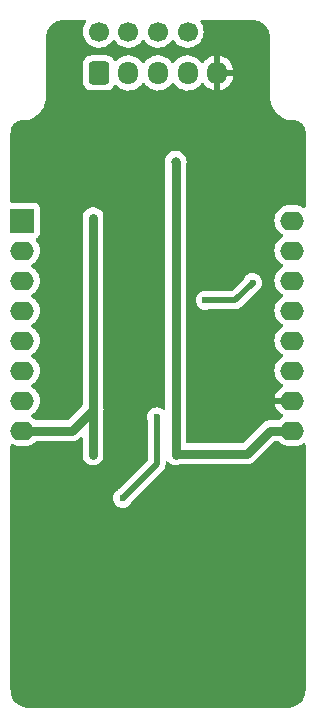
<source format=gbr>
G04 #@! TF.GenerationSoftware,KiCad,Pcbnew,(6.0.6)*
G04 #@! TF.CreationDate,2023-01-05T20:28:38+10:00*
G04 #@! TF.ProjectId,MHI ESP,4d484920-4553-4502-9e6b-696361645f70,rev?*
G04 #@! TF.SameCoordinates,Original*
G04 #@! TF.FileFunction,Copper,L2,Bot*
G04 #@! TF.FilePolarity,Positive*
%FSLAX46Y46*%
G04 Gerber Fmt 4.6, Leading zero omitted, Abs format (unit mm)*
G04 Created by KiCad (PCBNEW (6.0.6)) date 2023-01-05 20:28:38*
%MOMM*%
%LPD*%
G01*
G04 APERTURE LIST*
G04 Aperture macros list*
%AMRoundRect*
0 Rectangle with rounded corners*
0 $1 Rounding radius*
0 $2 $3 $4 $5 $6 $7 $8 $9 X,Y pos of 4 corners*
0 Add a 4 corners polygon primitive as box body*
4,1,4,$2,$3,$4,$5,$6,$7,$8,$9,$2,$3,0*
0 Add four circle primitives for the rounded corners*
1,1,$1+$1,$2,$3*
1,1,$1+$1,$4,$5*
1,1,$1+$1,$6,$7*
1,1,$1+$1,$8,$9*
0 Add four rect primitives between the rounded corners*
20,1,$1+$1,$2,$3,$4,$5,0*
20,1,$1+$1,$4,$5,$6,$7,0*
20,1,$1+$1,$6,$7,$8,$9,0*
20,1,$1+$1,$8,$9,$2,$3,0*%
G04 Aperture macros list end*
G04 #@! TA.AperFunction,ComponentPad*
%ADD10R,2.000000X2.000000*%
G04 #@! TD*
G04 #@! TA.AperFunction,ComponentPad*
%ADD11O,2.000000X1.600000*%
G04 #@! TD*
G04 #@! TA.AperFunction,ComponentPad*
%ADD12RoundRect,0.250000X-0.600000X-0.725000X0.600000X-0.725000X0.600000X0.725000X-0.600000X0.725000X0*%
G04 #@! TD*
G04 #@! TA.AperFunction,ComponentPad*
%ADD13O,1.700000X1.950000*%
G04 #@! TD*
G04 #@! TA.AperFunction,ViaPad*
%ADD14C,1.700000*%
G04 #@! TD*
G04 #@! TA.AperFunction,ViaPad*
%ADD15C,0.800000*%
G04 #@! TD*
G04 #@! TA.AperFunction,ViaPad*
%ADD16C,0.600000*%
G04 #@! TD*
G04 #@! TA.AperFunction,Conductor*
%ADD17C,0.750000*%
G04 #@! TD*
G04 #@! TA.AperFunction,Conductor*
%ADD18C,0.500000*%
G04 #@! TD*
G04 APERTURE END LIST*
D10*
X113500000Y-92500000D03*
D11*
X113500000Y-95040000D03*
X113500000Y-97580000D03*
X113500000Y-100120000D03*
X113500000Y-102660000D03*
X113500000Y-105200000D03*
X113500000Y-107740000D03*
X113500000Y-110280000D03*
X136360000Y-110280000D03*
X136360000Y-107740000D03*
X136360000Y-105200000D03*
X136360000Y-102660000D03*
X136360000Y-100120000D03*
X136360000Y-97580000D03*
X136360000Y-95040000D03*
X136360000Y-92500000D03*
D12*
X120000000Y-80000000D03*
D13*
X122500000Y-80000000D03*
X125000000Y-80000000D03*
X127500000Y-80000000D03*
X130000000Y-80000000D03*
D14*
X130000000Y-76500000D03*
D15*
X116500000Y-80000000D03*
D16*
X126500000Y-102250000D03*
X126500000Y-112250000D03*
X126500000Y-107250000D03*
X126500000Y-92250000D03*
X126500000Y-97250000D03*
D15*
X126500000Y-87500000D03*
D16*
X129000000Y-99250000D03*
X133000000Y-97750000D03*
D14*
X127500000Y-76500000D03*
X122500000Y-76500000D03*
X125000000Y-76500000D03*
X120000000Y-76500000D03*
D15*
X120000000Y-80000000D03*
D16*
X119500000Y-102250000D03*
X119500000Y-112250000D03*
X119500000Y-107250000D03*
X119500000Y-97250000D03*
X119500000Y-92250000D03*
X122000000Y-116000000D03*
X124875000Y-109125000D03*
D17*
X132500000Y-112250000D02*
X134470000Y-110280000D01*
X126500000Y-87500000D02*
X126500000Y-112312500D01*
X126500000Y-102250000D02*
X126500000Y-104750000D01*
X132500000Y-112250000D02*
X126500000Y-112250000D01*
X134470000Y-110280000D02*
X136360000Y-110280000D01*
D18*
X129000000Y-99250000D02*
X131500000Y-99250000D01*
X131500000Y-99250000D02*
X133000000Y-97750000D01*
D17*
X119500000Y-108500000D02*
X117720000Y-110280000D01*
X117720000Y-110280000D02*
X113500000Y-110280000D01*
X119500000Y-92250000D02*
X119500000Y-102250000D01*
X119500000Y-102250000D02*
X119500000Y-112312500D01*
D18*
X124875000Y-109125000D02*
X124875000Y-113125000D01*
X124875000Y-113125000D02*
X122000000Y-116000000D01*
G04 #@! TA.AperFunction,Conductor*
G36*
X118861437Y-75528502D02*
G01*
X118907930Y-75582158D01*
X118918034Y-75652432D01*
X118897404Y-75705503D01*
X118814743Y-75826680D01*
X118720688Y-76029305D01*
X118660989Y-76244570D01*
X118637251Y-76466695D01*
X118637548Y-76471848D01*
X118637548Y-76471851D01*
X118643011Y-76566590D01*
X118650110Y-76689715D01*
X118651247Y-76694761D01*
X118651248Y-76694767D01*
X118672275Y-76788069D01*
X118699222Y-76907639D01*
X118783266Y-77114616D01*
X118785965Y-77119020D01*
X118897288Y-77300683D01*
X118899987Y-77305088D01*
X119046250Y-77473938D01*
X119218126Y-77616632D01*
X119411000Y-77729338D01*
X119619692Y-77809030D01*
X119624760Y-77810061D01*
X119624763Y-77810062D01*
X119732017Y-77831883D01*
X119838597Y-77853567D01*
X119843772Y-77853757D01*
X119843774Y-77853757D01*
X120056673Y-77861564D01*
X120056677Y-77861564D01*
X120061837Y-77861753D01*
X120066957Y-77861097D01*
X120066959Y-77861097D01*
X120278288Y-77834025D01*
X120278289Y-77834025D01*
X120283416Y-77833368D01*
X120288366Y-77831883D01*
X120492429Y-77770661D01*
X120492434Y-77770659D01*
X120497384Y-77769174D01*
X120697994Y-77670896D01*
X120879860Y-77541173D01*
X121038096Y-77383489D01*
X121097594Y-77300689D01*
X121148681Y-77229593D01*
X121204676Y-77185945D01*
X121275379Y-77179499D01*
X121338344Y-77212302D01*
X121358437Y-77237285D01*
X121397287Y-77300683D01*
X121397291Y-77300688D01*
X121399987Y-77305088D01*
X121546250Y-77473938D01*
X121718126Y-77616632D01*
X121911000Y-77729338D01*
X122119692Y-77809030D01*
X122124760Y-77810061D01*
X122124763Y-77810062D01*
X122232017Y-77831883D01*
X122338597Y-77853567D01*
X122343772Y-77853757D01*
X122343774Y-77853757D01*
X122556673Y-77861564D01*
X122556677Y-77861564D01*
X122561837Y-77861753D01*
X122566957Y-77861097D01*
X122566959Y-77861097D01*
X122778288Y-77834025D01*
X122778289Y-77834025D01*
X122783416Y-77833368D01*
X122788366Y-77831883D01*
X122992429Y-77770661D01*
X122992434Y-77770659D01*
X122997384Y-77769174D01*
X123197994Y-77670896D01*
X123379860Y-77541173D01*
X123538096Y-77383489D01*
X123597594Y-77300689D01*
X123648681Y-77229593D01*
X123704676Y-77185945D01*
X123775379Y-77179499D01*
X123838344Y-77212302D01*
X123858437Y-77237285D01*
X123897287Y-77300683D01*
X123897291Y-77300688D01*
X123899987Y-77305088D01*
X124046250Y-77473938D01*
X124218126Y-77616632D01*
X124411000Y-77729338D01*
X124619692Y-77809030D01*
X124624760Y-77810061D01*
X124624763Y-77810062D01*
X124732017Y-77831883D01*
X124838597Y-77853567D01*
X124843772Y-77853757D01*
X124843774Y-77853757D01*
X125056673Y-77861564D01*
X125056677Y-77861564D01*
X125061837Y-77861753D01*
X125066957Y-77861097D01*
X125066959Y-77861097D01*
X125278288Y-77834025D01*
X125278289Y-77834025D01*
X125283416Y-77833368D01*
X125288366Y-77831883D01*
X125492429Y-77770661D01*
X125492434Y-77770659D01*
X125497384Y-77769174D01*
X125697994Y-77670896D01*
X125879860Y-77541173D01*
X126038096Y-77383489D01*
X126097594Y-77300689D01*
X126148681Y-77229593D01*
X126204676Y-77185945D01*
X126275379Y-77179499D01*
X126338344Y-77212302D01*
X126358437Y-77237285D01*
X126397287Y-77300683D01*
X126397291Y-77300688D01*
X126399987Y-77305088D01*
X126546250Y-77473938D01*
X126718126Y-77616632D01*
X126911000Y-77729338D01*
X127119692Y-77809030D01*
X127124760Y-77810061D01*
X127124763Y-77810062D01*
X127232017Y-77831883D01*
X127338597Y-77853567D01*
X127343772Y-77853757D01*
X127343774Y-77853757D01*
X127556673Y-77861564D01*
X127556677Y-77861564D01*
X127561837Y-77861753D01*
X127566957Y-77861097D01*
X127566959Y-77861097D01*
X127778288Y-77834025D01*
X127778289Y-77834025D01*
X127783416Y-77833368D01*
X127788366Y-77831883D01*
X127992429Y-77770661D01*
X127992434Y-77770659D01*
X127997384Y-77769174D01*
X128197994Y-77670896D01*
X128379860Y-77541173D01*
X128538096Y-77383489D01*
X128597594Y-77300689D01*
X128665435Y-77206277D01*
X128668453Y-77202077D01*
X128742008Y-77053250D01*
X128765136Y-77006453D01*
X128765137Y-77006451D01*
X128767430Y-77001811D01*
X128832370Y-76788069D01*
X128861529Y-76566590D01*
X128863156Y-76500000D01*
X128844852Y-76277361D01*
X128790431Y-76060702D01*
X128701354Y-75855840D01*
X128627030Y-75740952D01*
X128602439Y-75702940D01*
X128582232Y-75634880D01*
X128602028Y-75566699D01*
X128655544Y-75520045D01*
X128708231Y-75508500D01*
X132950633Y-75508500D01*
X132970018Y-75510000D01*
X132984851Y-75512310D01*
X132984855Y-75512310D01*
X132993724Y-75513691D01*
X133008981Y-75511696D01*
X133034302Y-75510953D01*
X133203285Y-75523039D01*
X133221064Y-75525596D01*
X133410013Y-75566699D01*
X133411392Y-75566999D01*
X133428641Y-75572063D01*
X133611150Y-75640136D01*
X133627502Y-75647604D01*
X133798458Y-75740952D01*
X133813582Y-75750672D01*
X133969514Y-75867402D01*
X133983100Y-75879175D01*
X134120825Y-76016900D01*
X134132598Y-76030486D01*
X134249328Y-76186418D01*
X134259048Y-76201542D01*
X134352396Y-76372498D01*
X134359864Y-76388850D01*
X134427937Y-76571359D01*
X134433001Y-76588607D01*
X134474404Y-76778936D01*
X134476962Y-76796721D01*
X134488540Y-76958601D01*
X134487793Y-76976565D01*
X134487692Y-76984845D01*
X134486309Y-76993724D01*
X134487474Y-77002630D01*
X134490436Y-77025283D01*
X134491500Y-77041621D01*
X134491500Y-81950633D01*
X134490000Y-81970018D01*
X134487690Y-81984851D01*
X134487690Y-81984855D01*
X134486309Y-81993724D01*
X134487251Y-82000925D01*
X134487456Y-82004058D01*
X134487453Y-82004333D01*
X134487518Y-82004997D01*
X134504410Y-82262724D01*
X134505214Y-82266764D01*
X134505214Y-82266767D01*
X134550762Y-82495750D01*
X134555775Y-82520954D01*
X134640406Y-82770269D01*
X134695534Y-82882059D01*
X134748527Y-82989517D01*
X134756855Y-83006405D01*
X134903130Y-83225321D01*
X135076728Y-83423272D01*
X135274679Y-83596870D01*
X135493595Y-83743145D01*
X135497294Y-83744969D01*
X135497299Y-83744972D01*
X135617941Y-83804466D01*
X135729731Y-83859594D01*
X135733636Y-83860919D01*
X135733637Y-83860920D01*
X135975139Y-83942899D01*
X135975142Y-83942900D01*
X135979046Y-83944225D01*
X135983085Y-83945028D01*
X135983091Y-83945030D01*
X136233233Y-83994786D01*
X136233236Y-83994786D01*
X136237276Y-83995590D01*
X136241387Y-83995859D01*
X136241391Y-83995860D01*
X136465609Y-84010556D01*
X136478269Y-84012032D01*
X136481309Y-84012543D01*
X136487448Y-84013576D01*
X136493456Y-84013649D01*
X136493724Y-84013691D01*
X136493993Y-84013656D01*
X136500000Y-84013729D01*
X136508282Y-84012543D01*
X136537126Y-84011748D01*
X136661194Y-84022603D01*
X136682817Y-84026415D01*
X136828466Y-84065442D01*
X136849104Y-84072954D01*
X136985760Y-84136678D01*
X137004780Y-84147660D01*
X137128297Y-84234147D01*
X137145122Y-84248265D01*
X137251735Y-84354878D01*
X137265853Y-84371703D01*
X137352340Y-84495220D01*
X137363322Y-84514240D01*
X137427046Y-84650896D01*
X137434557Y-84671534D01*
X137473583Y-84817178D01*
X137477398Y-84838809D01*
X137487947Y-84959393D01*
X137487393Y-84975871D01*
X137487800Y-84975876D01*
X137487690Y-84984853D01*
X137486309Y-84993724D01*
X137487473Y-85002626D01*
X137487473Y-85002628D01*
X137490436Y-85025283D01*
X137491500Y-85041621D01*
X137491500Y-91312816D01*
X137471498Y-91380937D01*
X137417842Y-91427430D01*
X137347568Y-91437534D01*
X137293229Y-91416029D01*
X137266824Y-91397540D01*
X137216749Y-91362477D01*
X137211767Y-91360154D01*
X137211762Y-91360151D01*
X137014225Y-91268039D01*
X137014224Y-91268039D01*
X137009243Y-91265716D01*
X137003935Y-91264294D01*
X137003933Y-91264293D01*
X136793402Y-91207881D01*
X136793400Y-91207881D01*
X136788087Y-91206457D01*
X136688520Y-91197746D01*
X136619851Y-91191738D01*
X136619844Y-91191738D01*
X136617127Y-91191500D01*
X136102873Y-91191500D01*
X136100156Y-91191738D01*
X136100149Y-91191738D01*
X136031480Y-91197746D01*
X135931913Y-91206457D01*
X135926600Y-91207881D01*
X135926598Y-91207881D01*
X135716067Y-91264293D01*
X135716065Y-91264294D01*
X135710757Y-91265716D01*
X135705776Y-91268039D01*
X135705775Y-91268039D01*
X135508238Y-91360151D01*
X135508233Y-91360154D01*
X135503251Y-91362477D01*
X135453176Y-91397540D01*
X135320211Y-91490643D01*
X135320208Y-91490645D01*
X135315700Y-91493802D01*
X135153802Y-91655700D01*
X135022477Y-91843251D01*
X135020154Y-91848233D01*
X135020151Y-91848238D01*
X134928039Y-92045775D01*
X134925716Y-92050757D01*
X134866457Y-92271913D01*
X134846502Y-92500000D01*
X134866457Y-92728087D01*
X134925716Y-92949243D01*
X134928039Y-92954224D01*
X134928039Y-92954225D01*
X135020151Y-93151762D01*
X135020154Y-93151767D01*
X135022477Y-93156749D01*
X135153802Y-93344300D01*
X135315700Y-93506198D01*
X135320208Y-93509355D01*
X135320211Y-93509357D01*
X135380442Y-93551531D01*
X135503251Y-93637523D01*
X135508233Y-93639846D01*
X135508238Y-93639849D01*
X135542457Y-93655805D01*
X135595742Y-93702722D01*
X135615203Y-93770999D01*
X135594661Y-93838959D01*
X135542457Y-93884195D01*
X135508238Y-93900151D01*
X135508233Y-93900154D01*
X135503251Y-93902477D01*
X135442195Y-93945229D01*
X135320211Y-94030643D01*
X135320208Y-94030645D01*
X135315700Y-94033802D01*
X135153802Y-94195700D01*
X135022477Y-94383251D01*
X135020154Y-94388233D01*
X135020151Y-94388238D01*
X134928039Y-94585775D01*
X134925716Y-94590757D01*
X134866457Y-94811913D01*
X134846502Y-95040000D01*
X134866457Y-95268087D01*
X134925716Y-95489243D01*
X134928039Y-95494224D01*
X134928039Y-95494225D01*
X135020151Y-95691762D01*
X135020154Y-95691767D01*
X135022477Y-95696749D01*
X135153802Y-95884300D01*
X135315700Y-96046198D01*
X135320208Y-96049355D01*
X135320211Y-96049357D01*
X135368500Y-96083169D01*
X135503251Y-96177523D01*
X135508233Y-96179846D01*
X135508238Y-96179849D01*
X135542457Y-96195805D01*
X135595742Y-96242722D01*
X135615203Y-96310999D01*
X135594661Y-96378959D01*
X135542457Y-96424195D01*
X135508238Y-96440151D01*
X135508233Y-96440154D01*
X135503251Y-96442477D01*
X135426771Y-96496029D01*
X135320211Y-96570643D01*
X135320208Y-96570645D01*
X135315700Y-96573802D01*
X135153802Y-96735700D01*
X135022477Y-96923251D01*
X135020154Y-96928233D01*
X135020151Y-96928238D01*
X134977956Y-97018727D01*
X134925716Y-97130757D01*
X134924294Y-97136065D01*
X134924293Y-97136067D01*
X134895205Y-97244624D01*
X134866457Y-97351913D01*
X134846502Y-97580000D01*
X134866457Y-97808087D01*
X134925716Y-98029243D01*
X134928039Y-98034224D01*
X134928039Y-98034225D01*
X135020151Y-98231762D01*
X135020154Y-98231767D01*
X135022477Y-98236749D01*
X135153802Y-98424300D01*
X135315700Y-98586198D01*
X135320208Y-98589355D01*
X135320211Y-98589357D01*
X135342789Y-98605166D01*
X135503251Y-98717523D01*
X135508233Y-98719846D01*
X135508238Y-98719849D01*
X135542457Y-98735805D01*
X135595742Y-98782722D01*
X135615203Y-98850999D01*
X135594661Y-98918959D01*
X135542457Y-98964195D01*
X135508238Y-98980151D01*
X135508233Y-98980154D01*
X135503251Y-98982477D01*
X135426771Y-99036029D01*
X135320211Y-99110643D01*
X135320208Y-99110645D01*
X135315700Y-99113802D01*
X135153802Y-99275700D01*
X135022477Y-99463251D01*
X135020154Y-99468233D01*
X135020151Y-99468238D01*
X134928039Y-99665775D01*
X134925716Y-99670757D01*
X134924294Y-99676065D01*
X134924293Y-99676067D01*
X134871837Y-99871834D01*
X134866457Y-99891913D01*
X134846502Y-100120000D01*
X134866457Y-100348087D01*
X134925716Y-100569243D01*
X134928039Y-100574224D01*
X134928039Y-100574225D01*
X135020151Y-100771762D01*
X135020154Y-100771767D01*
X135022477Y-100776749D01*
X135153802Y-100964300D01*
X135315700Y-101126198D01*
X135320208Y-101129355D01*
X135320211Y-101129357D01*
X135368500Y-101163169D01*
X135503251Y-101257523D01*
X135508233Y-101259846D01*
X135508238Y-101259849D01*
X135542457Y-101275805D01*
X135595742Y-101322722D01*
X135615203Y-101390999D01*
X135594661Y-101458959D01*
X135542457Y-101504195D01*
X135508238Y-101520151D01*
X135508233Y-101520154D01*
X135503251Y-101522477D01*
X135426771Y-101576029D01*
X135320211Y-101650643D01*
X135320208Y-101650645D01*
X135315700Y-101653802D01*
X135153802Y-101815700D01*
X135022477Y-102003251D01*
X135020154Y-102008233D01*
X135020151Y-102008238D01*
X134928039Y-102205775D01*
X134925716Y-102210757D01*
X134866457Y-102431913D01*
X134846502Y-102660000D01*
X134866457Y-102888087D01*
X134925716Y-103109243D01*
X134928039Y-103114224D01*
X134928039Y-103114225D01*
X135020151Y-103311762D01*
X135020154Y-103311767D01*
X135022477Y-103316749D01*
X135153802Y-103504300D01*
X135315700Y-103666198D01*
X135320208Y-103669355D01*
X135320211Y-103669357D01*
X135368500Y-103703169D01*
X135503251Y-103797523D01*
X135508233Y-103799846D01*
X135508238Y-103799849D01*
X135542457Y-103815805D01*
X135595742Y-103862722D01*
X135615203Y-103930999D01*
X135594661Y-103998959D01*
X135542457Y-104044195D01*
X135508238Y-104060151D01*
X135508233Y-104060154D01*
X135503251Y-104062477D01*
X135426771Y-104116029D01*
X135320211Y-104190643D01*
X135320208Y-104190645D01*
X135315700Y-104193802D01*
X135153802Y-104355700D01*
X135022477Y-104543251D01*
X135020154Y-104548233D01*
X135020151Y-104548238D01*
X134928039Y-104745775D01*
X134925716Y-104750757D01*
X134866457Y-104971913D01*
X134846502Y-105200000D01*
X134866457Y-105428087D01*
X134925716Y-105649243D01*
X134928039Y-105654224D01*
X134928039Y-105654225D01*
X135020151Y-105851762D01*
X135020154Y-105851767D01*
X135022477Y-105856749D01*
X135153802Y-106044300D01*
X135315700Y-106206198D01*
X135320208Y-106209355D01*
X135320211Y-106209357D01*
X135368500Y-106243169D01*
X135503251Y-106337523D01*
X135508233Y-106339846D01*
X135508238Y-106339849D01*
X135543049Y-106356081D01*
X135596334Y-106402998D01*
X135615795Y-106471275D01*
X135595253Y-106539235D01*
X135543049Y-106584471D01*
X135508489Y-106600586D01*
X135498993Y-106606069D01*
X135320533Y-106731028D01*
X135312125Y-106738084D01*
X135158084Y-106892125D01*
X135151028Y-106900533D01*
X135026069Y-107078993D01*
X135020586Y-107088489D01*
X134928510Y-107285947D01*
X134924764Y-107296239D01*
X134878606Y-107468503D01*
X134878942Y-107482599D01*
X134886884Y-107486000D01*
X136488000Y-107486000D01*
X136556121Y-107506002D01*
X136602614Y-107559658D01*
X136614000Y-107612000D01*
X136614000Y-107868000D01*
X136593998Y-107936121D01*
X136540342Y-107982614D01*
X136488000Y-107994000D01*
X134892033Y-107994000D01*
X134878502Y-107997973D01*
X134877273Y-108006522D01*
X134924764Y-108183761D01*
X134928510Y-108194053D01*
X135020586Y-108391511D01*
X135026069Y-108401007D01*
X135151028Y-108579467D01*
X135158084Y-108587875D01*
X135312125Y-108741916D01*
X135320533Y-108748972D01*
X135498993Y-108873931D01*
X135508489Y-108879414D01*
X135543049Y-108895529D01*
X135596334Y-108942446D01*
X135615795Y-109010723D01*
X135595253Y-109078683D01*
X135543049Y-109123919D01*
X135508238Y-109140151D01*
X135508233Y-109140154D01*
X135503251Y-109142477D01*
X135426771Y-109196029D01*
X135320211Y-109270643D01*
X135320208Y-109270645D01*
X135315700Y-109273802D01*
X135229907Y-109359595D01*
X135167595Y-109393621D01*
X135140812Y-109396500D01*
X134549457Y-109396500D01*
X134529745Y-109394949D01*
X134523008Y-109393882D01*
X134523009Y-109393882D01*
X134516493Y-109392850D01*
X134509906Y-109393195D01*
X134509902Y-109393195D01*
X134450150Y-109396327D01*
X134443555Y-109396500D01*
X134423694Y-109396500D01*
X134403931Y-109398577D01*
X134397372Y-109399093D01*
X134381573Y-109399921D01*
X134337623Y-109402224D01*
X134337619Y-109402225D01*
X134331029Y-109402570D01*
X134318071Y-109406042D01*
X134298628Y-109409645D01*
X134285298Y-109411046D01*
X134222106Y-109431578D01*
X134215804Y-109433444D01*
X134162328Y-109447773D01*
X134151637Y-109450638D01*
X134145758Y-109453634D01*
X134145749Y-109453637D01*
X134139683Y-109456728D01*
X134121421Y-109464292D01*
X134114958Y-109466392D01*
X134114953Y-109466394D01*
X134108669Y-109468436D01*
X134051119Y-109501663D01*
X134045366Y-109504786D01*
X133986161Y-109534952D01*
X133981027Y-109539109D01*
X133981026Y-109539110D01*
X133975737Y-109543393D01*
X133959449Y-109554588D01*
X133947831Y-109561296D01*
X133942925Y-109565713D01*
X133942920Y-109565717D01*
X133898462Y-109605747D01*
X133893447Y-109610031D01*
X133885369Y-109616573D01*
X133878015Y-109622528D01*
X133863979Y-109636564D01*
X133859194Y-109641105D01*
X133809815Y-109685566D01*
X133805935Y-109690906D01*
X133805928Y-109690914D01*
X133801927Y-109696422D01*
X133789086Y-109711457D01*
X132170947Y-111329595D01*
X132108635Y-111363621D01*
X132081852Y-111366500D01*
X127509500Y-111366500D01*
X127441379Y-111346498D01*
X127394886Y-111292842D01*
X127383500Y-111240500D01*
X127383500Y-99238640D01*
X128186463Y-99238640D01*
X128204163Y-99419160D01*
X128261418Y-99591273D01*
X128265065Y-99597295D01*
X128265066Y-99597297D01*
X128312771Y-99676067D01*
X128355380Y-99746424D01*
X128481382Y-99876902D01*
X128633159Y-99976222D01*
X128639763Y-99978678D01*
X128639765Y-99978679D01*
X128796558Y-100036990D01*
X128796560Y-100036990D01*
X128803168Y-100039448D01*
X128886995Y-100050633D01*
X128975980Y-100062507D01*
X128975984Y-100062507D01*
X128982961Y-100063438D01*
X128989972Y-100062800D01*
X128989976Y-100062800D01*
X129132459Y-100049832D01*
X129163600Y-100046998D01*
X129170302Y-100044820D01*
X129170304Y-100044820D01*
X129263105Y-100014667D01*
X129302041Y-100008500D01*
X131432930Y-100008500D01*
X131451880Y-100009933D01*
X131466115Y-100012099D01*
X131466119Y-100012099D01*
X131473349Y-100013199D01*
X131480641Y-100012606D01*
X131480644Y-100012606D01*
X131526018Y-100008915D01*
X131536233Y-100008500D01*
X131544293Y-100008500D01*
X131557583Y-100006951D01*
X131572507Y-100005211D01*
X131576882Y-100004778D01*
X131642339Y-99999454D01*
X131642342Y-99999453D01*
X131649637Y-99998860D01*
X131656601Y-99996604D01*
X131662560Y-99995413D01*
X131668415Y-99994029D01*
X131675681Y-99993182D01*
X131744327Y-99968265D01*
X131748455Y-99966848D01*
X131810936Y-99946607D01*
X131810938Y-99946606D01*
X131817899Y-99944351D01*
X131824154Y-99940555D01*
X131829628Y-99938049D01*
X131835058Y-99935330D01*
X131841937Y-99932833D01*
X131902976Y-99892814D01*
X131906680Y-99890477D01*
X131969107Y-99852595D01*
X131977484Y-99845197D01*
X131977508Y-99845224D01*
X131980500Y-99842571D01*
X131983733Y-99839868D01*
X131989852Y-99835856D01*
X132043128Y-99779617D01*
X132045506Y-99777175D01*
X133314179Y-98508502D01*
X133338753Y-98489370D01*
X133491912Y-98398069D01*
X133623266Y-98272982D01*
X133723643Y-98121902D01*
X133788055Y-97952338D01*
X133813299Y-97772717D01*
X133813616Y-97750000D01*
X133793397Y-97569745D01*
X133791080Y-97563091D01*
X133736064Y-97405106D01*
X133736062Y-97405103D01*
X133733745Y-97398448D01*
X133637626Y-97244624D01*
X133623941Y-97230843D01*
X133514778Y-97120915D01*
X133514774Y-97120912D01*
X133509815Y-97115918D01*
X133498697Y-97108862D01*
X133450538Y-97078300D01*
X133356666Y-97018727D01*
X133327463Y-97008328D01*
X133192425Y-96960243D01*
X133192420Y-96960242D01*
X133185790Y-96957881D01*
X133178802Y-96957048D01*
X133178799Y-96957047D01*
X133055698Y-96942368D01*
X133005680Y-96936404D01*
X132998677Y-96937140D01*
X132998676Y-96937140D01*
X132832288Y-96954628D01*
X132832286Y-96954629D01*
X132825288Y-96955364D01*
X132653579Y-97013818D01*
X132647575Y-97017512D01*
X132505095Y-97105166D01*
X132505092Y-97105168D01*
X132499088Y-97108862D01*
X132494053Y-97113793D01*
X132494050Y-97113795D01*
X132471307Y-97136067D01*
X132369493Y-97235771D01*
X132271235Y-97388238D01*
X132268825Y-97394860D01*
X132265692Y-97401170D01*
X132264021Y-97400340D01*
X132241269Y-97436050D01*
X131222724Y-98454595D01*
X131160412Y-98488621D01*
X131133629Y-98491500D01*
X129301966Y-98491500D01*
X129259699Y-98484199D01*
X129192424Y-98460243D01*
X129192422Y-98460242D01*
X129185790Y-98457881D01*
X129178802Y-98457048D01*
X129178799Y-98457047D01*
X129055698Y-98442368D01*
X129005680Y-98436404D01*
X128998677Y-98437140D01*
X128998676Y-98437140D01*
X128832288Y-98454628D01*
X128832286Y-98454629D01*
X128825288Y-98455364D01*
X128653579Y-98513818D01*
X128647575Y-98517512D01*
X128505095Y-98605166D01*
X128505092Y-98605168D01*
X128499088Y-98608862D01*
X128494053Y-98613793D01*
X128494050Y-98613795D01*
X128395464Y-98710338D01*
X128369493Y-98735771D01*
X128271235Y-98888238D01*
X128268826Y-98894858D01*
X128268824Y-98894861D01*
X128211606Y-99052066D01*
X128209197Y-99058685D01*
X128186463Y-99238640D01*
X127383500Y-99238640D01*
X127383500Y-87740790D01*
X127389667Y-87701854D01*
X127391502Y-87696206D01*
X127393542Y-87689928D01*
X127413504Y-87500000D01*
X127393542Y-87310072D01*
X127334527Y-87128444D01*
X127239040Y-86963056D01*
X127111253Y-86821134D01*
X126956752Y-86708882D01*
X126950724Y-86706198D01*
X126950722Y-86706197D01*
X126788319Y-86633891D01*
X126788318Y-86633891D01*
X126782288Y-86631206D01*
X126688887Y-86611353D01*
X126601944Y-86592872D01*
X126601939Y-86592872D01*
X126595487Y-86591500D01*
X126404513Y-86591500D01*
X126398061Y-86592872D01*
X126398056Y-86592872D01*
X126311113Y-86611353D01*
X126217712Y-86631206D01*
X126211682Y-86633891D01*
X126211681Y-86633891D01*
X126049278Y-86706197D01*
X126049276Y-86706198D01*
X126043248Y-86708882D01*
X125888747Y-86821134D01*
X125760960Y-86963056D01*
X125665473Y-87128444D01*
X125606458Y-87310072D01*
X125586496Y-87500000D01*
X125606458Y-87689928D01*
X125608498Y-87696206D01*
X125610333Y-87701854D01*
X125616500Y-87740790D01*
X125616500Y-108418527D01*
X125596498Y-108486648D01*
X125542842Y-108533141D01*
X125472568Y-108543245D01*
X125407988Y-108513751D01*
X125401094Y-108507311D01*
X125389778Y-108495915D01*
X125389774Y-108495912D01*
X125384815Y-108490918D01*
X125373697Y-108483862D01*
X125273923Y-108420544D01*
X125231666Y-108393727D01*
X125202463Y-108383328D01*
X125067425Y-108335243D01*
X125067420Y-108335242D01*
X125060790Y-108332881D01*
X125053802Y-108332048D01*
X125053799Y-108332047D01*
X124930698Y-108317368D01*
X124880680Y-108311404D01*
X124873677Y-108312140D01*
X124873676Y-108312140D01*
X124707288Y-108329628D01*
X124707286Y-108329629D01*
X124700288Y-108330364D01*
X124528579Y-108388818D01*
X124508360Y-108401257D01*
X124380095Y-108480166D01*
X124380092Y-108480168D01*
X124374088Y-108483862D01*
X124369053Y-108488793D01*
X124369050Y-108488795D01*
X124249525Y-108605843D01*
X124244493Y-108610771D01*
X124146235Y-108763238D01*
X124143826Y-108769858D01*
X124143824Y-108769861D01*
X124086606Y-108927066D01*
X124084197Y-108933685D01*
X124061463Y-109113640D01*
X124079163Y-109294160D01*
X124081387Y-109300845D01*
X124110058Y-109387033D01*
X124116500Y-109426805D01*
X124116500Y-112758629D01*
X124096498Y-112826750D01*
X124079595Y-112847724D01*
X121686231Y-115241088D01*
X121654186Y-115263611D01*
X121653579Y-115263818D01*
X121647577Y-115267511D01*
X121647576Y-115267511D01*
X121505095Y-115355166D01*
X121505092Y-115355168D01*
X121499088Y-115358862D01*
X121494053Y-115363793D01*
X121494050Y-115363795D01*
X121374525Y-115480843D01*
X121369493Y-115485771D01*
X121271235Y-115638238D01*
X121209197Y-115808685D01*
X121186463Y-115988640D01*
X121204163Y-116169160D01*
X121261418Y-116341273D01*
X121265065Y-116347295D01*
X121265066Y-116347297D01*
X121275975Y-116365309D01*
X121355380Y-116496424D01*
X121481382Y-116626902D01*
X121633159Y-116726222D01*
X121639763Y-116728678D01*
X121639765Y-116728679D01*
X121796558Y-116786990D01*
X121796560Y-116786990D01*
X121803168Y-116789448D01*
X121886995Y-116800633D01*
X121975980Y-116812507D01*
X121975984Y-116812507D01*
X121982961Y-116813438D01*
X121989972Y-116812800D01*
X121989976Y-116812800D01*
X122132459Y-116799832D01*
X122163600Y-116796998D01*
X122170302Y-116794820D01*
X122170304Y-116794820D01*
X122329409Y-116743124D01*
X122329412Y-116743123D01*
X122336108Y-116740947D01*
X122491912Y-116648069D01*
X122623266Y-116522982D01*
X122723643Y-116371902D01*
X122726143Y-116365320D01*
X122726149Y-116365309D01*
X122728059Y-116360280D01*
X122756751Y-116315930D01*
X125363911Y-113708770D01*
X125378323Y-113696384D01*
X125389918Y-113687851D01*
X125389923Y-113687846D01*
X125395818Y-113683508D01*
X125400557Y-113677930D01*
X125400560Y-113677927D01*
X125430035Y-113643232D01*
X125436965Y-113635716D01*
X125442660Y-113630021D01*
X125460281Y-113607749D01*
X125463072Y-113604345D01*
X125505591Y-113554297D01*
X125505592Y-113554295D01*
X125510333Y-113548715D01*
X125513661Y-113542199D01*
X125517028Y-113537150D01*
X125520195Y-113532021D01*
X125524734Y-113526284D01*
X125555655Y-113460125D01*
X125557561Y-113456225D01*
X125590769Y-113391192D01*
X125592508Y-113384084D01*
X125594607Y-113378441D01*
X125596524Y-113372678D01*
X125599622Y-113366050D01*
X125614487Y-113294583D01*
X125615457Y-113290299D01*
X125631473Y-113224845D01*
X125632808Y-113219390D01*
X125633500Y-113208236D01*
X125633536Y-113208238D01*
X125633775Y-113204245D01*
X125634149Y-113200053D01*
X125635640Y-113192885D01*
X125633546Y-113115479D01*
X125633500Y-113112072D01*
X125633500Y-112998766D01*
X125653502Y-112930645D01*
X125707158Y-112884152D01*
X125777432Y-112874048D01*
X125842012Y-112903542D01*
X125853132Y-112914451D01*
X125905566Y-112972685D01*
X125910908Y-112976566D01*
X125910910Y-112976568D01*
X126050474Y-113077967D01*
X126055816Y-113081848D01*
X126061844Y-113084532D01*
X126061846Y-113084533D01*
X126177708Y-113136118D01*
X126225479Y-113157387D01*
X126316309Y-113176693D01*
X126400683Y-113194628D01*
X126400687Y-113194628D01*
X126407140Y-113196000D01*
X126592860Y-113196000D01*
X126599313Y-113194628D01*
X126599317Y-113194628D01*
X126683690Y-113176694D01*
X126774521Y-113157387D01*
X126803706Y-113144393D01*
X126854955Y-113133500D01*
X132420543Y-113133500D01*
X132440255Y-113135051D01*
X132453507Y-113137150D01*
X132460094Y-113136805D01*
X132460098Y-113136805D01*
X132519850Y-113133673D01*
X132526445Y-113133500D01*
X132546306Y-113133500D01*
X132566069Y-113131423D01*
X132572628Y-113130907D01*
X132588427Y-113130079D01*
X132632377Y-113127776D01*
X132632381Y-113127775D01*
X132638971Y-113127430D01*
X132651929Y-113123958D01*
X132671372Y-113120355D01*
X132671795Y-113120311D01*
X132684702Y-113118954D01*
X132747894Y-113098422D01*
X132754196Y-113096556D01*
X132811985Y-113081071D01*
X132818363Y-113079362D01*
X132824242Y-113076366D01*
X132824251Y-113076363D01*
X132830317Y-113073272D01*
X132848579Y-113065708D01*
X132855043Y-113063608D01*
X132855051Y-113063605D01*
X132861331Y-113061564D01*
X132867050Y-113058262D01*
X132867055Y-113058260D01*
X132918867Y-113028346D01*
X132924637Y-113025213D01*
X132983839Y-112995047D01*
X132994259Y-112986609D01*
X133010552Y-112975411D01*
X133010903Y-112975209D01*
X133022169Y-112968704D01*
X133027075Y-112964287D01*
X133027080Y-112964283D01*
X133071538Y-112924253D01*
X133076554Y-112919969D01*
X133089409Y-112909559D01*
X133089412Y-112909556D01*
X133091986Y-112907472D01*
X133106031Y-112893427D01*
X133110816Y-112888886D01*
X133155274Y-112848856D01*
X133155275Y-112848855D01*
X133160185Y-112844434D01*
X133168075Y-112833574D01*
X133180912Y-112818546D01*
X134799052Y-111200405D01*
X134861364Y-111166380D01*
X134888147Y-111163500D01*
X135140812Y-111163500D01*
X135208933Y-111183502D01*
X135229907Y-111200405D01*
X135315700Y-111286198D01*
X135320208Y-111289355D01*
X135320211Y-111289357D01*
X135368500Y-111323169D01*
X135503251Y-111417523D01*
X135508233Y-111419846D01*
X135508238Y-111419849D01*
X135646556Y-111484347D01*
X135710757Y-111514284D01*
X135716065Y-111515706D01*
X135716067Y-111515707D01*
X135926598Y-111572119D01*
X135926600Y-111572119D01*
X135931913Y-111573543D01*
X136031480Y-111582254D01*
X136100149Y-111588262D01*
X136100156Y-111588262D01*
X136102873Y-111588500D01*
X136617127Y-111588500D01*
X136619844Y-111588262D01*
X136619851Y-111588262D01*
X136688520Y-111582254D01*
X136788087Y-111573543D01*
X136793400Y-111572119D01*
X136793402Y-111572119D01*
X137003933Y-111515707D01*
X137003935Y-111515706D01*
X137009243Y-111514284D01*
X137073444Y-111484347D01*
X137211762Y-111419849D01*
X137211767Y-111419846D01*
X137216749Y-111417523D01*
X137293229Y-111363971D01*
X137360503Y-111341283D01*
X137429364Y-111358568D01*
X137477948Y-111410338D01*
X137491500Y-111467184D01*
X137491500Y-132200633D01*
X137490000Y-132220018D01*
X137487690Y-132234851D01*
X137487690Y-132234855D01*
X137486309Y-132243724D01*
X137488136Y-132257693D01*
X137488304Y-132258976D01*
X137489047Y-132284305D01*
X137476962Y-132453279D01*
X137474404Y-132471064D01*
X137456598Y-132552919D01*
X137433001Y-132661392D01*
X137427937Y-132678641D01*
X137359864Y-132861150D01*
X137352396Y-132877502D01*
X137259048Y-133048458D01*
X137249328Y-133063582D01*
X137132598Y-133219514D01*
X137120825Y-133233100D01*
X136983100Y-133370825D01*
X136969514Y-133382598D01*
X136813582Y-133499328D01*
X136798458Y-133509048D01*
X136627502Y-133602396D01*
X136611150Y-133609864D01*
X136428641Y-133677937D01*
X136411393Y-133683001D01*
X136221064Y-133724404D01*
X136203285Y-133726961D01*
X136041395Y-133738540D01*
X136023435Y-133737793D01*
X136015155Y-133737692D01*
X136006276Y-133736309D01*
X135974714Y-133740436D01*
X135958379Y-133741500D01*
X114049367Y-133741500D01*
X114029982Y-133740000D01*
X114015149Y-133737690D01*
X114015145Y-133737690D01*
X114006276Y-133736309D01*
X113991019Y-133738304D01*
X113965698Y-133739047D01*
X113796715Y-133726961D01*
X113778936Y-133724404D01*
X113588607Y-133683001D01*
X113571359Y-133677937D01*
X113388850Y-133609864D01*
X113372498Y-133602396D01*
X113201542Y-133509048D01*
X113186418Y-133499328D01*
X113030486Y-133382598D01*
X113016900Y-133370825D01*
X112879175Y-133233100D01*
X112867402Y-133219514D01*
X112750672Y-133063582D01*
X112740952Y-133048458D01*
X112647604Y-132877502D01*
X112640136Y-132861150D01*
X112572063Y-132678641D01*
X112566999Y-132661392D01*
X112543402Y-132552919D01*
X112525596Y-132471064D01*
X112523038Y-132453278D01*
X112511719Y-132295012D01*
X112512805Y-132272245D01*
X112512334Y-132272203D01*
X112512770Y-132267345D01*
X112513576Y-132262552D01*
X112513729Y-132250000D01*
X112509773Y-132222376D01*
X112508500Y-132204514D01*
X112508500Y-111552468D01*
X112528502Y-111484347D01*
X112582158Y-111437854D01*
X112652432Y-111427750D01*
X112687749Y-111438273D01*
X112850757Y-111514284D01*
X112856065Y-111515706D01*
X112856067Y-111515707D01*
X113066598Y-111572119D01*
X113066600Y-111572119D01*
X113071913Y-111573543D01*
X113171480Y-111582254D01*
X113240149Y-111588262D01*
X113240156Y-111588262D01*
X113242873Y-111588500D01*
X113757127Y-111588500D01*
X113759844Y-111588262D01*
X113759851Y-111588262D01*
X113828520Y-111582254D01*
X113928087Y-111573543D01*
X113933400Y-111572119D01*
X113933402Y-111572119D01*
X114143933Y-111515707D01*
X114143935Y-111515706D01*
X114149243Y-111514284D01*
X114213444Y-111484347D01*
X114351762Y-111419849D01*
X114351767Y-111419846D01*
X114356749Y-111417523D01*
X114491500Y-111323169D01*
X114539789Y-111289357D01*
X114539792Y-111289355D01*
X114544300Y-111286198D01*
X114630093Y-111200405D01*
X114692405Y-111166379D01*
X114719188Y-111163500D01*
X117640543Y-111163500D01*
X117660255Y-111165051D01*
X117673507Y-111167150D01*
X117680094Y-111166805D01*
X117680098Y-111166805D01*
X117739850Y-111163673D01*
X117746445Y-111163500D01*
X117766306Y-111163500D01*
X117786069Y-111161423D01*
X117792628Y-111160907D01*
X117808427Y-111160079D01*
X117852377Y-111157776D01*
X117852381Y-111157775D01*
X117858971Y-111157430D01*
X117871929Y-111153958D01*
X117891372Y-111150355D01*
X117891795Y-111150311D01*
X117904702Y-111148954D01*
X117967894Y-111128422D01*
X117974196Y-111126556D01*
X118031985Y-111111071D01*
X118038363Y-111109362D01*
X118044242Y-111106366D01*
X118044251Y-111106363D01*
X118050317Y-111103272D01*
X118068579Y-111095708D01*
X118075043Y-111093608D01*
X118075051Y-111093605D01*
X118081331Y-111091564D01*
X118087050Y-111088262D01*
X118087055Y-111088260D01*
X118138867Y-111058346D01*
X118144637Y-111055213D01*
X118203839Y-111025047D01*
X118214259Y-111016609D01*
X118230552Y-111005411D01*
X118230903Y-111005209D01*
X118242169Y-110998704D01*
X118247075Y-110994287D01*
X118247080Y-110994283D01*
X118291538Y-110954253D01*
X118296554Y-110949969D01*
X118309409Y-110939559D01*
X118309412Y-110939556D01*
X118311986Y-110937472D01*
X118326031Y-110923427D01*
X118330816Y-110918886D01*
X118375274Y-110878856D01*
X118375275Y-110878855D01*
X118380185Y-110874434D01*
X118388075Y-110863574D01*
X118400912Y-110848546D01*
X118401405Y-110848053D01*
X118463717Y-110814027D01*
X118534532Y-110819092D01*
X118591368Y-110861639D01*
X118616179Y-110928159D01*
X118616500Y-110937148D01*
X118616500Y-112358806D01*
X118631046Y-112497202D01*
X118688436Y-112673831D01*
X118781296Y-112834669D01*
X118785714Y-112839576D01*
X118785715Y-112839577D01*
X118858100Y-112919969D01*
X118905566Y-112972685D01*
X118910908Y-112976566D01*
X118910910Y-112976568D01*
X119050474Y-113077967D01*
X119055816Y-113081848D01*
X119061844Y-113084532D01*
X119061846Y-113084533D01*
X119177708Y-113136118D01*
X119225479Y-113157387D01*
X119316309Y-113176693D01*
X119400683Y-113194628D01*
X119400687Y-113194628D01*
X119407140Y-113196000D01*
X119592860Y-113196000D01*
X119599313Y-113194628D01*
X119599317Y-113194628D01*
X119683690Y-113176694D01*
X119774521Y-113157387D01*
X119822292Y-113136118D01*
X119938153Y-113084533D01*
X119938155Y-113084532D01*
X119944183Y-113081848D01*
X119966398Y-113065708D01*
X120089090Y-112976568D01*
X120089092Y-112976566D01*
X120094434Y-112972685D01*
X120141900Y-112919969D01*
X120214285Y-112839577D01*
X120214286Y-112839576D01*
X120218704Y-112834669D01*
X120311564Y-112673831D01*
X120368954Y-112497202D01*
X120383500Y-112358806D01*
X120383500Y-108526445D01*
X120383673Y-108519850D01*
X120386805Y-108460098D01*
X120386805Y-108460094D01*
X120387150Y-108453507D01*
X120385051Y-108440253D01*
X120383500Y-108420544D01*
X120383500Y-92203694D01*
X120368954Y-92065298D01*
X120364230Y-92050757D01*
X120313606Y-91894954D01*
X120311564Y-91888669D01*
X120218704Y-91727831D01*
X120094434Y-91589815D01*
X119962284Y-91493802D01*
X119949526Y-91484533D01*
X119949525Y-91484532D01*
X119944184Y-91480652D01*
X119938156Y-91477968D01*
X119938154Y-91477967D01*
X119780552Y-91407798D01*
X119780551Y-91407798D01*
X119774521Y-91405113D01*
X119667123Y-91382285D01*
X119599317Y-91367872D01*
X119599313Y-91367872D01*
X119592860Y-91366500D01*
X119407140Y-91366500D01*
X119400687Y-91367872D01*
X119400683Y-91367872D01*
X119332877Y-91382285D01*
X119225479Y-91405113D01*
X119219450Y-91407797D01*
X119219448Y-91407798D01*
X119061847Y-91477967D01*
X119061845Y-91477968D01*
X119055817Y-91480652D01*
X119050476Y-91484532D01*
X119050475Y-91484533D01*
X118910910Y-91585932D01*
X118910908Y-91585934D01*
X118905566Y-91589815D01*
X118781296Y-91727831D01*
X118688436Y-91888669D01*
X118686394Y-91894954D01*
X118635771Y-92050757D01*
X118631046Y-92065298D01*
X118616500Y-92203694D01*
X118616500Y-108081852D01*
X118596498Y-108149973D01*
X118579595Y-108170947D01*
X117390947Y-109359595D01*
X117328635Y-109393621D01*
X117301852Y-109396500D01*
X114719188Y-109396500D01*
X114651067Y-109376498D01*
X114630093Y-109359595D01*
X114544300Y-109273802D01*
X114539792Y-109270645D01*
X114539789Y-109270643D01*
X114433229Y-109196029D01*
X114356749Y-109142477D01*
X114351767Y-109140154D01*
X114351762Y-109140151D01*
X114317543Y-109124195D01*
X114264258Y-109077278D01*
X114244797Y-109009001D01*
X114265339Y-108941041D01*
X114317543Y-108895805D01*
X114351762Y-108879849D01*
X114351767Y-108879846D01*
X114356749Y-108877523D01*
X114510506Y-108769861D01*
X114539789Y-108749357D01*
X114539792Y-108749355D01*
X114544300Y-108746198D01*
X114706198Y-108584300D01*
X114837523Y-108396749D01*
X114839846Y-108391767D01*
X114839849Y-108391762D01*
X114931961Y-108194225D01*
X114931961Y-108194224D01*
X114934284Y-108189243D01*
X114939187Y-108170947D01*
X114992119Y-107973402D01*
X114992119Y-107973400D01*
X114993543Y-107968087D01*
X115013498Y-107740000D01*
X114993543Y-107511913D01*
X114934284Y-107290757D01*
X114839966Y-107088489D01*
X114839849Y-107088238D01*
X114839846Y-107088233D01*
X114837523Y-107083251D01*
X114706198Y-106895700D01*
X114544300Y-106733802D01*
X114539792Y-106730645D01*
X114539789Y-106730643D01*
X114450384Y-106668041D01*
X114356749Y-106602477D01*
X114351767Y-106600154D01*
X114351762Y-106600151D01*
X114317543Y-106584195D01*
X114264258Y-106537278D01*
X114244797Y-106469001D01*
X114265339Y-106401041D01*
X114317543Y-106355805D01*
X114351762Y-106339849D01*
X114351767Y-106339846D01*
X114356749Y-106337523D01*
X114491500Y-106243169D01*
X114539789Y-106209357D01*
X114539792Y-106209355D01*
X114544300Y-106206198D01*
X114706198Y-106044300D01*
X114837523Y-105856749D01*
X114839846Y-105851767D01*
X114839849Y-105851762D01*
X114931961Y-105654225D01*
X114931961Y-105654224D01*
X114934284Y-105649243D01*
X114993543Y-105428087D01*
X115013498Y-105200000D01*
X114993543Y-104971913D01*
X114934284Y-104750757D01*
X114931961Y-104745775D01*
X114839849Y-104548238D01*
X114839846Y-104548233D01*
X114837523Y-104543251D01*
X114706198Y-104355700D01*
X114544300Y-104193802D01*
X114539792Y-104190645D01*
X114539789Y-104190643D01*
X114433229Y-104116029D01*
X114356749Y-104062477D01*
X114351767Y-104060154D01*
X114351762Y-104060151D01*
X114317543Y-104044195D01*
X114264258Y-103997278D01*
X114244797Y-103929001D01*
X114265339Y-103861041D01*
X114317543Y-103815805D01*
X114351762Y-103799849D01*
X114351767Y-103799846D01*
X114356749Y-103797523D01*
X114491500Y-103703169D01*
X114539789Y-103669357D01*
X114539792Y-103669355D01*
X114544300Y-103666198D01*
X114706198Y-103504300D01*
X114837523Y-103316749D01*
X114839846Y-103311767D01*
X114839849Y-103311762D01*
X114931961Y-103114225D01*
X114931961Y-103114224D01*
X114934284Y-103109243D01*
X114993543Y-102888087D01*
X115013498Y-102660000D01*
X114993543Y-102431913D01*
X114934284Y-102210757D01*
X114931961Y-102205775D01*
X114839849Y-102008238D01*
X114839846Y-102008233D01*
X114837523Y-102003251D01*
X114706198Y-101815700D01*
X114544300Y-101653802D01*
X114539792Y-101650645D01*
X114539789Y-101650643D01*
X114433229Y-101576029D01*
X114356749Y-101522477D01*
X114351767Y-101520154D01*
X114351762Y-101520151D01*
X114317543Y-101504195D01*
X114264258Y-101457278D01*
X114244797Y-101389001D01*
X114265339Y-101321041D01*
X114317543Y-101275805D01*
X114351762Y-101259849D01*
X114351767Y-101259846D01*
X114356749Y-101257523D01*
X114491500Y-101163169D01*
X114539789Y-101129357D01*
X114539792Y-101129355D01*
X114544300Y-101126198D01*
X114706198Y-100964300D01*
X114837523Y-100776749D01*
X114839846Y-100771767D01*
X114839849Y-100771762D01*
X114931961Y-100574225D01*
X114931961Y-100574224D01*
X114934284Y-100569243D01*
X114993543Y-100348087D01*
X115013498Y-100120000D01*
X114993543Y-99891913D01*
X114988163Y-99871834D01*
X114935707Y-99676067D01*
X114935706Y-99676065D01*
X114934284Y-99670757D01*
X114931961Y-99665775D01*
X114839849Y-99468238D01*
X114839846Y-99468233D01*
X114837523Y-99463251D01*
X114706198Y-99275700D01*
X114544300Y-99113802D01*
X114539792Y-99110645D01*
X114539789Y-99110643D01*
X114433229Y-99036029D01*
X114356749Y-98982477D01*
X114351767Y-98980154D01*
X114351762Y-98980151D01*
X114317543Y-98964195D01*
X114264258Y-98917278D01*
X114244797Y-98849001D01*
X114265339Y-98781041D01*
X114317543Y-98735805D01*
X114351762Y-98719849D01*
X114351767Y-98719846D01*
X114356749Y-98717523D01*
X114517211Y-98605166D01*
X114539789Y-98589357D01*
X114539792Y-98589355D01*
X114544300Y-98586198D01*
X114706198Y-98424300D01*
X114837523Y-98236749D01*
X114839846Y-98231767D01*
X114839849Y-98231762D01*
X114931961Y-98034225D01*
X114931961Y-98034224D01*
X114934284Y-98029243D01*
X114993543Y-97808087D01*
X115013498Y-97580000D01*
X114993543Y-97351913D01*
X114964795Y-97244624D01*
X114935707Y-97136067D01*
X114935706Y-97136065D01*
X114934284Y-97130757D01*
X114882044Y-97018727D01*
X114839849Y-96928238D01*
X114839846Y-96928233D01*
X114837523Y-96923251D01*
X114706198Y-96735700D01*
X114544300Y-96573802D01*
X114539792Y-96570645D01*
X114539789Y-96570643D01*
X114433229Y-96496029D01*
X114356749Y-96442477D01*
X114351767Y-96440154D01*
X114351762Y-96440151D01*
X114317543Y-96424195D01*
X114264258Y-96377278D01*
X114244797Y-96309001D01*
X114265339Y-96241041D01*
X114317543Y-96195805D01*
X114351762Y-96179849D01*
X114351767Y-96179846D01*
X114356749Y-96177523D01*
X114491500Y-96083169D01*
X114539789Y-96049357D01*
X114539792Y-96049355D01*
X114544300Y-96046198D01*
X114706198Y-95884300D01*
X114837523Y-95696749D01*
X114839846Y-95691767D01*
X114839849Y-95691762D01*
X114931961Y-95494225D01*
X114931961Y-95494224D01*
X114934284Y-95489243D01*
X114993543Y-95268087D01*
X115013498Y-95040000D01*
X114993543Y-94811913D01*
X114934284Y-94590757D01*
X114931961Y-94585775D01*
X114839849Y-94388238D01*
X114839846Y-94388233D01*
X114837523Y-94383251D01*
X114706198Y-94195700D01*
X114677365Y-94166867D01*
X114643339Y-94104555D01*
X114648404Y-94033740D01*
X114690951Y-93976904D01*
X114722232Y-93959790D01*
X114738293Y-93953769D01*
X114738296Y-93953767D01*
X114746705Y-93950615D01*
X114863261Y-93863261D01*
X114950615Y-93746705D01*
X115001745Y-93610316D01*
X115008500Y-93548134D01*
X115008500Y-91451866D01*
X115001745Y-91389684D01*
X114950615Y-91253295D01*
X114863261Y-91136739D01*
X114746705Y-91049385D01*
X114610316Y-90998255D01*
X114548134Y-90991500D01*
X112634500Y-90991500D01*
X112566379Y-90971498D01*
X112519886Y-90917842D01*
X112508500Y-90865500D01*
X112508500Y-85053250D01*
X112510246Y-85032345D01*
X112512770Y-85017344D01*
X112512770Y-85017341D01*
X112513576Y-85012552D01*
X112513729Y-85000000D01*
X112512542Y-84991709D01*
X112511748Y-84962870D01*
X112512053Y-84959393D01*
X112522603Y-84838804D01*
X112526417Y-84817178D01*
X112565443Y-84671534D01*
X112572954Y-84650896D01*
X112636678Y-84514240D01*
X112647660Y-84495220D01*
X112734147Y-84371703D01*
X112748265Y-84354878D01*
X112854878Y-84248265D01*
X112871703Y-84234147D01*
X112995220Y-84147660D01*
X113014240Y-84136678D01*
X113150896Y-84072954D01*
X113171534Y-84065443D01*
X113317178Y-84026417D01*
X113338806Y-84022603D01*
X113414260Y-84016001D01*
X113456007Y-84012349D01*
X113478239Y-84012373D01*
X113482648Y-84012768D01*
X113487448Y-84013576D01*
X113493456Y-84013649D01*
X113493724Y-84013691D01*
X113493993Y-84013656D01*
X113500000Y-84013729D01*
X113507054Y-84012718D01*
X113516665Y-84011717D01*
X113579355Y-84007608D01*
X113758609Y-83995860D01*
X113758613Y-83995859D01*
X113762724Y-83995590D01*
X113766764Y-83994786D01*
X113766767Y-83994786D01*
X114016909Y-83945030D01*
X114016915Y-83945028D01*
X114020954Y-83944225D01*
X114024858Y-83942900D01*
X114024861Y-83942899D01*
X114266363Y-83860920D01*
X114266364Y-83860919D01*
X114270269Y-83859594D01*
X114382059Y-83804466D01*
X114502701Y-83744972D01*
X114502706Y-83744969D01*
X114506405Y-83743145D01*
X114725321Y-83596870D01*
X114923272Y-83423272D01*
X115096870Y-83225321D01*
X115243145Y-83006405D01*
X115251474Y-82989517D01*
X115304466Y-82882059D01*
X115359594Y-82770269D01*
X115444225Y-82520954D01*
X115449239Y-82495750D01*
X115494786Y-82266767D01*
X115494786Y-82266764D01*
X115495590Y-82262724D01*
X115510556Y-82034391D01*
X115512032Y-82021731D01*
X115512767Y-82017361D01*
X115512767Y-82017359D01*
X115513576Y-82012552D01*
X115513729Y-82000000D01*
X115509773Y-81972376D01*
X115508500Y-81954514D01*
X115508500Y-80775400D01*
X118641500Y-80775400D01*
X118641837Y-80778646D01*
X118641837Y-80778650D01*
X118650875Y-80865752D01*
X118652474Y-80881166D01*
X118654655Y-80887702D01*
X118654655Y-80887704D01*
X118686405Y-80982870D01*
X118708450Y-81048946D01*
X118801522Y-81199348D01*
X118926697Y-81324305D01*
X118932927Y-81328145D01*
X118932928Y-81328146D01*
X119070090Y-81412694D01*
X119077262Y-81417115D01*
X119112938Y-81428948D01*
X119238611Y-81470632D01*
X119238613Y-81470632D01*
X119245139Y-81472797D01*
X119251975Y-81473497D01*
X119251978Y-81473498D01*
X119287663Y-81477154D01*
X119349600Y-81483500D01*
X120650400Y-81483500D01*
X120653646Y-81483163D01*
X120653650Y-81483163D01*
X120749308Y-81473238D01*
X120749312Y-81473237D01*
X120756166Y-81472526D01*
X120762702Y-81470345D01*
X120762704Y-81470345D01*
X120894806Y-81426272D01*
X120923946Y-81416550D01*
X121074348Y-81323478D01*
X121199305Y-81198303D01*
X121289081Y-81052660D01*
X121341852Y-81005168D01*
X121411924Y-80993744D01*
X121477048Y-81022018D01*
X121487510Y-81031805D01*
X121529215Y-81075523D01*
X121596576Y-81146135D01*
X121781542Y-81283754D01*
X121786293Y-81286170D01*
X121786297Y-81286172D01*
X121849481Y-81318296D01*
X121987051Y-81388240D01*
X121992145Y-81389822D01*
X121992148Y-81389823D01*
X122157583Y-81441192D01*
X122207227Y-81456607D01*
X122212516Y-81457308D01*
X122430489Y-81486198D01*
X122430494Y-81486198D01*
X122435774Y-81486898D01*
X122441103Y-81486698D01*
X122441105Y-81486698D01*
X122550966Y-81482574D01*
X122666158Y-81478249D01*
X122688802Y-81473498D01*
X122886572Y-81432002D01*
X122891791Y-81430907D01*
X122896750Y-81428949D01*
X122896752Y-81428948D01*
X123101256Y-81348185D01*
X123101258Y-81348184D01*
X123106221Y-81346224D01*
X123111525Y-81343006D01*
X123298757Y-81229390D01*
X123298756Y-81229390D01*
X123303317Y-81226623D01*
X123343134Y-81192072D01*
X123473412Y-81079023D01*
X123473414Y-81079021D01*
X123477445Y-81075523D01*
X123544500Y-80993744D01*
X123620240Y-80901373D01*
X123620244Y-80901367D01*
X123623624Y-80897245D01*
X123641552Y-80865750D01*
X123692632Y-80816445D01*
X123762262Y-80802583D01*
X123828333Y-80828566D01*
X123855573Y-80857716D01*
X123937441Y-80979319D01*
X124096576Y-81146135D01*
X124281542Y-81283754D01*
X124286293Y-81286170D01*
X124286297Y-81286172D01*
X124349481Y-81318296D01*
X124487051Y-81388240D01*
X124492145Y-81389822D01*
X124492148Y-81389823D01*
X124657583Y-81441192D01*
X124707227Y-81456607D01*
X124712516Y-81457308D01*
X124930489Y-81486198D01*
X124930494Y-81486198D01*
X124935774Y-81486898D01*
X124941103Y-81486698D01*
X124941105Y-81486698D01*
X125050966Y-81482574D01*
X125166158Y-81478249D01*
X125188802Y-81473498D01*
X125386572Y-81432002D01*
X125391791Y-81430907D01*
X125396750Y-81428949D01*
X125396752Y-81428948D01*
X125601256Y-81348185D01*
X125601258Y-81348184D01*
X125606221Y-81346224D01*
X125611525Y-81343006D01*
X125798757Y-81229390D01*
X125798756Y-81229390D01*
X125803317Y-81226623D01*
X125843134Y-81192072D01*
X125973412Y-81079023D01*
X125973414Y-81079021D01*
X125977445Y-81075523D01*
X126044500Y-80993744D01*
X126120240Y-80901373D01*
X126120244Y-80901367D01*
X126123624Y-80897245D01*
X126141552Y-80865750D01*
X126192632Y-80816445D01*
X126262262Y-80802583D01*
X126328333Y-80828566D01*
X126355573Y-80857716D01*
X126437441Y-80979319D01*
X126596576Y-81146135D01*
X126781542Y-81283754D01*
X126786293Y-81286170D01*
X126786297Y-81286172D01*
X126849481Y-81318296D01*
X126987051Y-81388240D01*
X126992145Y-81389822D01*
X126992148Y-81389823D01*
X127157583Y-81441192D01*
X127207227Y-81456607D01*
X127212516Y-81457308D01*
X127430489Y-81486198D01*
X127430494Y-81486198D01*
X127435774Y-81486898D01*
X127441103Y-81486698D01*
X127441105Y-81486698D01*
X127550966Y-81482574D01*
X127666158Y-81478249D01*
X127688802Y-81473498D01*
X127886572Y-81432002D01*
X127891791Y-81430907D01*
X127896750Y-81428949D01*
X127896752Y-81428948D01*
X128101256Y-81348185D01*
X128101258Y-81348184D01*
X128106221Y-81346224D01*
X128111525Y-81343006D01*
X128298757Y-81229390D01*
X128298756Y-81229390D01*
X128303317Y-81226623D01*
X128343134Y-81192072D01*
X128473412Y-81079023D01*
X128473414Y-81079021D01*
X128477445Y-81075523D01*
X128544500Y-80993744D01*
X128620240Y-80901373D01*
X128620244Y-80901367D01*
X128623624Y-80897245D01*
X128636681Y-80874308D01*
X128641829Y-80865265D01*
X128692912Y-80815959D01*
X128762542Y-80802098D01*
X128828613Y-80828082D01*
X128855851Y-80857232D01*
X128934852Y-80974578D01*
X128941519Y-80982870D01*
X129093228Y-81141900D01*
X129101186Y-81148941D01*
X129277525Y-81280141D01*
X129286562Y-81285745D01*
X129482484Y-81385357D01*
X129492335Y-81389357D01*
X129702240Y-81454534D01*
X129712624Y-81456817D01*
X129728043Y-81458861D01*
X129742207Y-81456665D01*
X129746000Y-81443478D01*
X129746000Y-81441192D01*
X130254000Y-81441192D01*
X130257973Y-81454723D01*
X130268580Y-81456248D01*
X130386421Y-81431523D01*
X130396617Y-81428463D01*
X130601029Y-81347737D01*
X130610561Y-81343006D01*
X130798462Y-81228984D01*
X130807052Y-81222720D01*
X130973052Y-81078673D01*
X130980472Y-81071042D01*
X131119826Y-80901089D01*
X131125850Y-80892322D01*
X131234576Y-80701318D01*
X131239041Y-80691654D01*
X131314031Y-80485059D01*
X131316802Y-80474792D01*
X131353504Y-80271826D01*
X131352085Y-80258586D01*
X131337450Y-80254000D01*
X130272115Y-80254000D01*
X130256876Y-80258475D01*
X130255671Y-80259865D01*
X130254000Y-80267548D01*
X130254000Y-81441192D01*
X129746000Y-81441192D01*
X129746000Y-79727885D01*
X130254000Y-79727885D01*
X130258475Y-79743124D01*
X130259865Y-79744329D01*
X130267548Y-79746000D01*
X131333849Y-79746000D01*
X131348527Y-79741690D01*
X131350590Y-79729807D01*
X131343876Y-79650675D01*
X131342086Y-79640203D01*
X131286870Y-79427465D01*
X131283335Y-79417425D01*
X131193063Y-79217030D01*
X131187894Y-79207744D01*
X131065150Y-79025425D01*
X131058481Y-79017130D01*
X130906772Y-78858100D01*
X130898814Y-78851059D01*
X130722475Y-78719859D01*
X130713438Y-78714255D01*
X130517516Y-78614643D01*
X130507665Y-78610643D01*
X130297760Y-78545466D01*
X130287376Y-78543183D01*
X130271957Y-78541139D01*
X130257793Y-78543335D01*
X130254000Y-78556522D01*
X130254000Y-79727885D01*
X129746000Y-79727885D01*
X129746000Y-78558808D01*
X129742027Y-78545277D01*
X129731420Y-78543752D01*
X129613579Y-78568477D01*
X129603383Y-78571537D01*
X129398971Y-78652263D01*
X129389439Y-78656994D01*
X129201538Y-78771016D01*
X129192948Y-78777280D01*
X129026948Y-78921327D01*
X129019528Y-78928958D01*
X128880174Y-79098911D01*
X128874152Y-79107674D01*
X128858762Y-79134711D01*
X128807680Y-79184018D01*
X128738049Y-79197880D01*
X128671978Y-79171897D01*
X128644739Y-79142747D01*
X128608869Y-79089468D01*
X128562559Y-79020681D01*
X128503918Y-78959209D01*
X128474725Y-78928608D01*
X128403424Y-78853865D01*
X128218458Y-78716246D01*
X128213707Y-78713830D01*
X128213703Y-78713828D01*
X128095588Y-78653776D01*
X128012949Y-78611760D01*
X128007855Y-78610178D01*
X128007852Y-78610177D01*
X127797871Y-78544976D01*
X127792773Y-78543393D01*
X127787484Y-78542692D01*
X127569511Y-78513802D01*
X127569506Y-78513802D01*
X127564226Y-78513102D01*
X127558897Y-78513302D01*
X127558895Y-78513302D01*
X127449034Y-78517427D01*
X127333842Y-78521751D01*
X127328623Y-78522846D01*
X127306566Y-78527474D01*
X127108209Y-78569093D01*
X127103250Y-78571051D01*
X127103248Y-78571052D01*
X126898744Y-78651815D01*
X126898742Y-78651816D01*
X126893779Y-78653776D01*
X126889220Y-78656543D01*
X126889217Y-78656544D01*
X126794113Y-78714255D01*
X126696683Y-78773377D01*
X126692653Y-78776874D01*
X126599484Y-78857722D01*
X126522555Y-78924477D01*
X126519168Y-78928608D01*
X126379760Y-79098627D01*
X126379756Y-79098633D01*
X126376376Y-79102755D01*
X126358448Y-79134250D01*
X126307368Y-79183555D01*
X126237738Y-79197417D01*
X126171667Y-79171434D01*
X126144427Y-79142284D01*
X126117814Y-79102755D01*
X126062559Y-79020681D01*
X126003918Y-78959209D01*
X125974725Y-78928608D01*
X125903424Y-78853865D01*
X125718458Y-78716246D01*
X125713707Y-78713830D01*
X125713703Y-78713828D01*
X125595588Y-78653776D01*
X125512949Y-78611760D01*
X125507855Y-78610178D01*
X125507852Y-78610177D01*
X125297871Y-78544976D01*
X125292773Y-78543393D01*
X125287484Y-78542692D01*
X125069511Y-78513802D01*
X125069506Y-78513802D01*
X125064226Y-78513102D01*
X125058897Y-78513302D01*
X125058895Y-78513302D01*
X124949034Y-78517427D01*
X124833842Y-78521751D01*
X124828623Y-78522846D01*
X124806566Y-78527474D01*
X124608209Y-78569093D01*
X124603250Y-78571051D01*
X124603248Y-78571052D01*
X124398744Y-78651815D01*
X124398742Y-78651816D01*
X124393779Y-78653776D01*
X124389220Y-78656543D01*
X124389217Y-78656544D01*
X124294113Y-78714255D01*
X124196683Y-78773377D01*
X124192653Y-78776874D01*
X124099484Y-78857722D01*
X124022555Y-78924477D01*
X124019168Y-78928608D01*
X123879760Y-79098627D01*
X123879756Y-79098633D01*
X123876376Y-79102755D01*
X123858448Y-79134250D01*
X123807368Y-79183555D01*
X123737738Y-79197417D01*
X123671667Y-79171434D01*
X123644427Y-79142284D01*
X123617814Y-79102755D01*
X123562559Y-79020681D01*
X123503918Y-78959209D01*
X123474725Y-78928608D01*
X123403424Y-78853865D01*
X123218458Y-78716246D01*
X123213707Y-78713830D01*
X123213703Y-78713828D01*
X123095588Y-78653776D01*
X123012949Y-78611760D01*
X123007855Y-78610178D01*
X123007852Y-78610177D01*
X122797871Y-78544976D01*
X122792773Y-78543393D01*
X122787484Y-78542692D01*
X122569511Y-78513802D01*
X122569506Y-78513802D01*
X122564226Y-78513102D01*
X122558897Y-78513302D01*
X122558895Y-78513302D01*
X122449034Y-78517427D01*
X122333842Y-78521751D01*
X122328623Y-78522846D01*
X122306566Y-78527474D01*
X122108209Y-78569093D01*
X122103250Y-78571051D01*
X122103248Y-78571052D01*
X121898744Y-78651815D01*
X121898742Y-78651816D01*
X121893779Y-78653776D01*
X121889220Y-78656543D01*
X121889217Y-78656544D01*
X121794113Y-78714255D01*
X121696683Y-78773377D01*
X121692653Y-78776874D01*
X121599484Y-78857722D01*
X121522555Y-78924477D01*
X121493330Y-78960120D01*
X121434671Y-79000114D01*
X121363701Y-79002046D01*
X121302952Y-78965302D01*
X121288752Y-78946532D01*
X121202332Y-78806880D01*
X121198478Y-78800652D01*
X121073303Y-78675695D01*
X121042965Y-78656994D01*
X120928968Y-78586725D01*
X120928966Y-78586724D01*
X120922738Y-78582885D01*
X120809353Y-78545277D01*
X120761389Y-78529368D01*
X120761387Y-78529368D01*
X120754861Y-78527203D01*
X120748025Y-78526503D01*
X120748022Y-78526502D01*
X120704969Y-78522091D01*
X120650400Y-78516500D01*
X119349600Y-78516500D01*
X119346354Y-78516837D01*
X119346350Y-78516837D01*
X119250692Y-78526762D01*
X119250688Y-78526763D01*
X119243834Y-78527474D01*
X119237298Y-78529655D01*
X119237296Y-78529655D01*
X119105194Y-78573728D01*
X119076054Y-78583450D01*
X118925652Y-78676522D01*
X118800695Y-78801697D01*
X118796855Y-78807927D01*
X118796854Y-78807928D01*
X118722466Y-78928608D01*
X118707885Y-78952262D01*
X118686472Y-79016822D01*
X118656432Y-79107390D01*
X118652203Y-79120139D01*
X118651503Y-79126975D01*
X118651502Y-79126978D01*
X118649338Y-79148102D01*
X118641500Y-79224600D01*
X118641500Y-80775400D01*
X115508500Y-80775400D01*
X115508500Y-77053250D01*
X115510246Y-77032345D01*
X115512770Y-77017344D01*
X115512770Y-77017341D01*
X115513576Y-77012552D01*
X115513729Y-77000000D01*
X115513040Y-76995186D01*
X115513039Y-76995176D01*
X115512157Y-76989017D01*
X115511206Y-76962172D01*
X115523038Y-76796723D01*
X115525596Y-76778934D01*
X115566999Y-76588607D01*
X115572063Y-76571359D01*
X115640136Y-76388850D01*
X115647604Y-76372498D01*
X115740952Y-76201542D01*
X115750672Y-76186418D01*
X115867402Y-76030486D01*
X115879175Y-76016900D01*
X116016900Y-75879175D01*
X116030486Y-75867402D01*
X116186418Y-75750672D01*
X116201542Y-75740952D01*
X116372498Y-75647604D01*
X116388850Y-75640136D01*
X116571359Y-75572063D01*
X116588608Y-75566999D01*
X116589987Y-75566699D01*
X116778936Y-75525596D01*
X116796715Y-75523039D01*
X116958605Y-75511460D01*
X116976565Y-75512207D01*
X116984845Y-75512308D01*
X116993724Y-75513691D01*
X117025286Y-75509564D01*
X117041621Y-75508500D01*
X118793316Y-75508500D01*
X118861437Y-75528502D01*
G37*
G04 #@! TD.AperFunction*
M02*

</source>
